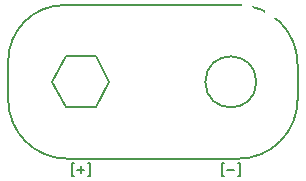
<source format=gbo>
G04 #@! TF.FileFunction,Legend,Bot*
%FSLAX46Y46*%
G04 Gerber Fmt 4.6, Leading zero omitted, Abs format (unit mm)*
G04 Created by KiCad (PCBNEW (2015-05-03 BZR 5637)-product) date 2015 September 09, Wednesday 10:45:35*
%MOMM*%
G01*
G04 APERTURE LIST*
%ADD10C,0.100000*%
%ADD11C,0.150000*%
%ADD12C,0.127000*%
%ADD13R,1.651000X1.651000*%
%ADD14C,1.651000*%
%ADD15C,1.016000*%
%ADD16C,3.216000*%
G04 APERTURE END LIST*
D10*
D11*
X127790000Y-108959000D02*
X128933000Y-106800000D01*
X128933000Y-106800000D02*
X127790000Y-104641000D01*
X125250000Y-108959000D02*
X127790000Y-108959000D01*
X125250000Y-104641000D02*
X127790000Y-104641000D01*
X125250000Y-108959000D02*
X124107000Y-106800000D01*
X124107000Y-106800000D02*
X125250000Y-104641000D01*
X141379000Y-106800000D02*
G75*
G03X141379000Y-106800000I-2159000J0D01*
G01*
X139870000Y-100300000D02*
G75*
G02X144870000Y-105300000I0J-5000000D01*
G01*
X144870000Y-108300000D02*
G75*
G02X139870000Y-113300000I-5000000J0D01*
G01*
X144870000Y-106800000D02*
X144870000Y-108300000D01*
X144870000Y-106800000D02*
X144870000Y-105300000D01*
X132870000Y-113300000D02*
X139870000Y-113300000D01*
X132870000Y-100300000D02*
X139870000Y-100300000D01*
X125120000Y-100300000D02*
X132870000Y-100300000D01*
X120370000Y-105050000D02*
G75*
G02X125120000Y-100300000I4750000J0D01*
G01*
X120370000Y-108300000D02*
X120370000Y-105050000D01*
X125370000Y-113300000D02*
G75*
G02X120370000Y-108300000I0J5000000D01*
G01*
X132870000Y-113300000D02*
X125370000Y-113300000D01*
D12*
X127100571Y-114764714D02*
X127282000Y-114764714D01*
X127282000Y-113676143D01*
X127100571Y-113676143D01*
X126810285Y-114220429D02*
X126229714Y-114220429D01*
X126520000Y-114510714D02*
X126520000Y-113930143D01*
X125939428Y-114764714D02*
X125757999Y-114764714D01*
X125757999Y-113676143D01*
X125939428Y-113676143D01*
X139800571Y-114764714D02*
X139982000Y-114764714D01*
X139982000Y-113676143D01*
X139800571Y-113676143D01*
X139510285Y-114220429D02*
X138929714Y-114220429D01*
X138639428Y-114764714D02*
X138457999Y-114764714D01*
X138457999Y-113676143D01*
X138639428Y-113676143D01*
%LPC*%
D13*
X143002000Y-100584000D03*
D14*
X143002000Y-103124000D03*
D15*
X140589000Y-100520500D03*
X140589000Y-103060500D03*
X140589000Y-101790500D03*
D16*
X126520000Y-106800000D03*
X139220000Y-106800000D03*
M02*

</source>
